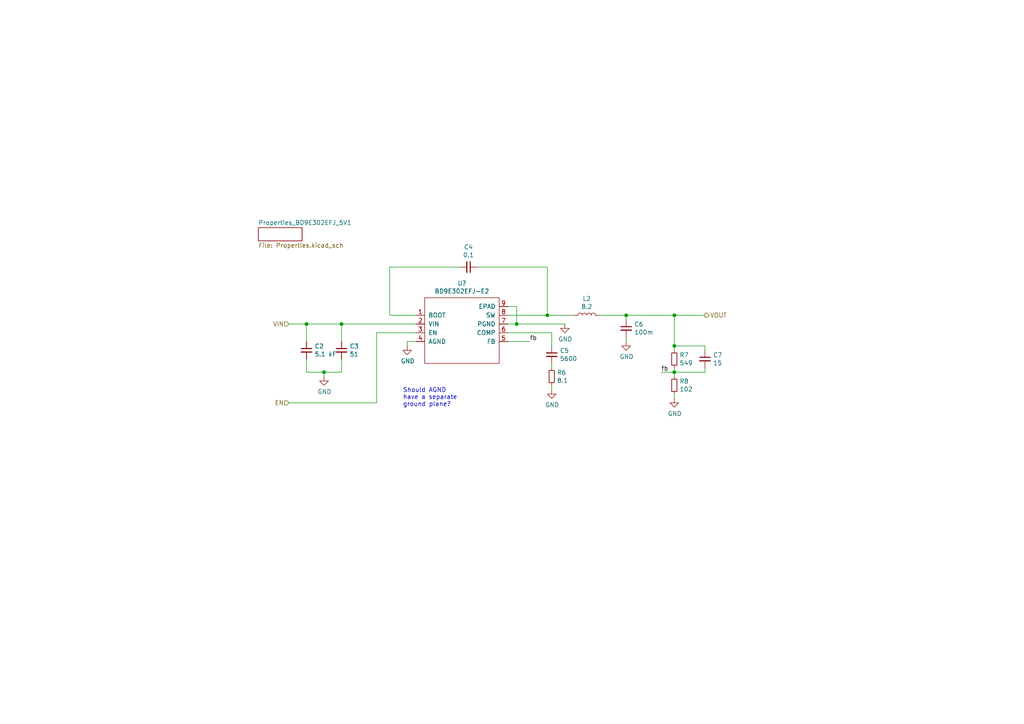
<source format=kicad_sch>
(kicad_sch (version 20211123) (generator eeschema)
  (paper "A4")
  (title_block (title "Compute unit HAT attachment") (date "2021-06-13") (rev "0.1.1") (company "Racklet") (comment 1 "https://racklet.io") (comment 2 "https://github.com/racklet/racklet") (comment 3 "https://github.com/racklet/racklet") (comment 4 "Author: Verneri Hirvonen"))
  (lib_symbols
    (symbol "Device:C_Small" (pin_numbers hide) (pin_names (offset 0.254) hide)
      (property "Reference" "C" (at 0.254 1.778 0))
      (property "Value" "C_Small" (at 0.254 -2.032 0))
      (symbol "C_Small_0_1"
        (polyline (pts (xy -1.524 -0.508) (xy 1.524 -0.508)) (stroke (width 0.3302)))
        (polyline (pts (xy -1.524 0.508) (xy 1.524 0.508)) (stroke (width 0.3048)))
      )
      (symbol "C_Small_1_1"
        (pin passive line (at 0 2.54 270) (length 2.032) (name "~") (number "1"))
        (pin passive line (at 0 -2.54 90) (length 2.032) (name "~") (number "2"))
      )
    )
    (symbol "Device:L" (pin_numbers hide) (pin_names (offset 1.016) hide)
      (property "Reference" "L" (at -1.27 0 90))
      (property "Value" "L" (at 1.905 0 90))
      (symbol "L_0_1"
        (arc (start 0 -2.54) (mid 0.635 -1.905) (end 0 -1.27))
        (arc (start 0 -1.27) (mid 0.635 -0.635) (end 0 0))
        (arc (start 0 0) (mid 0.635 0.635) (end 0 1.27))
        (arc (start 0 1.27) (mid 0.635 1.905) (end 0 2.54))
      )
      (symbol "L_1_1"
        (pin passive line (at 0 3.81 270) (length 1.27) (name "1") (number "1"))
        (pin passive line (at 0 -3.81 90) (length 1.27) (name "2") (number "2"))
      )
    )
    (symbol "Device:R_Small" (pin_numbers hide) (pin_names (offset 0.254) hide)
      (property "Reference" "R" (at 0.762 0.508 0))
      (property "Value" "R_Small" (at 0.762 -1.016 0))
      (symbol "R_Small_0_1"
        (rectangle (start -0.762 1.778) (end 0.762 -1.778) (stroke (width 0.2032)))
      )
      (symbol "R_Small_1_1"
        (pin passive line (at 0 2.54 270) (length 0.762) (name "~") (number "1"))
        (pin passive line (at 0 -2.54 90) (length 0.762) (name "~") (number "2"))
      )
    )
    (symbol "power:GND" (power) (pin_names (offset 0))
      (property "Value" "GND" (at 0 -3.81 0))
      (symbol "GND_0_1"
        (polyline (pts (xy 0 0) (xy 0 -1.27) (xy 1.27 -1.27) (xy 0 -2.54) (xy -1.27 -1.27) (xy 0 -1.27)))
      )
      (symbol "GND_1_1"
        (pin power_in line (at 0 0 270) (length 0) hide (name "GND") (number "1"))
      )
    )
    (symbol "racklet:BD9E302EFJ-E2" (pin_names (offset 1.016))
      (property "Reference" "U" (at 0 -5.08 0))
      (property "Value" "BD9E302EFJ-E2" (at 0 -7.62 0))
      (symbol "BD9E302EFJ-E2_0_1"
        (rectangle (start -11.43 8.89) (end 10.16 -10.16))
      )
      (symbol "BD9E302EFJ-E2_1_1"
        (pin passive line (at -13.97 3.81 0) (length 2.54) (name "BOOT") (number "1"))
        (pin power_in line (at -13.97 1.27 0) (length 2.54) (name "VIN") (number "2"))
        (pin input line (at -13.97 -1.27 0) (length 2.54) (name "EN") (number "3"))
        (pin power_in line (at -13.97 -3.81 0) (length 2.54) (name "AGND") (number "4"))
        (pin passive line (at 12.7 -3.81 180) (length 2.54) (name "FB") (number "5"))
        (pin passive line (at 12.7 -1.27 180) (length 2.54) (name "COMP") (number "6"))
        (pin power_in line (at 12.7 1.27 180) (length 2.54) (name "PGND") (number "7"))
        (pin passive line (at 12.7 3.81 180) (length 2.54) (name "SW") (number "8"))
        (pin passive line (at 12.7 6.35 180) (length 2.54) (name "EPAD") (number "9"))
      )
    )
  )
  (junction (at 158.75 91.44))
  (junction (at 195.58 107.95))
  (junction (at 88.9 93.98))
  (junction (at 181.61 91.44))
  (junction (at 195.58 100.33))
  (junction (at 195.58 91.44))
  (junction (at 93.98 107.95))
  (junction (at 149.86 93.98))
  (junction (at 99.06 93.98))
  (wire (pts (xy 195.58 91.44) (xy 204.47 91.44)))
  (wire (pts (xy 147.32 88.9) (xy 149.86 88.9)))
  (wire (pts (xy 195.58 107.95) (xy 191.77 107.95)))
  (wire (pts (xy 120.65 99.06) (xy 118.11 99.06)))
  (wire (pts (xy 109.22 116.84) (xy 83.82 116.84)))
  (wire (pts (xy 173.99 91.44) (xy 181.61 91.44)))
  (wire (pts (xy 181.61 91.44) (xy 181.61 92.71)))
  (wire (pts (xy 204.47 101.6) (xy 204.47 100.33)))
  (wire (pts (xy 149.86 88.9) (xy 149.86 93.98)))
  (wire (pts (xy 109.22 96.52) (xy 109.22 116.84)))
  (wire (pts (xy 158.75 77.47) (xy 138.43 77.47)))
  (wire (pts (xy 204.47 100.33) (xy 195.58 100.33)))
  (wire (pts (xy 93.98 107.95) (xy 99.06 107.95)))
  (wire (pts (xy 99.06 99.06) (xy 99.06 93.98)))
  (wire (pts (xy 149.86 93.98) (xy 147.32 93.98)))
  (wire (pts (xy 195.58 109.22) (xy 195.58 107.95)))
  (wire (pts (xy 204.47 106.68) (xy 204.47 107.95)))
  (wire (pts (xy 88.9 107.95) (xy 88.9 104.14)))
  (wire (pts (xy 160.02 113.03) (xy 160.02 111.76)))
  (wire (pts (xy 147.32 91.44) (xy 158.75 91.44)))
  (wire (pts (xy 93.98 109.22) (xy 93.98 107.95)))
  (wire (pts (xy 160.02 106.68) (xy 160.02 105.41)))
  (wire (pts (xy 181.61 99.06) (xy 181.61 97.79)))
  (wire (pts (xy 160.02 96.52) (xy 147.32 96.52)))
  (wire (pts (xy 133.35 77.47) (xy 113.03 77.47)))
  (wire (pts (xy 120.65 96.52) (xy 109.22 96.52)))
  (wire (pts (xy 88.9 93.98) (xy 83.82 93.98)))
  (wire (pts (xy 88.9 107.95) (xy 93.98 107.95)))
  (wire (pts (xy 99.06 93.98) (xy 88.9 93.98)))
  (wire (pts (xy 195.58 115.57) (xy 195.58 114.3)))
  (wire (pts (xy 181.61 91.44) (xy 195.58 91.44)))
  (wire (pts (xy 195.58 107.95) (xy 195.58 106.68)))
  (wire (pts (xy 195.58 101.6) (xy 195.58 100.33)))
  (wire (pts (xy 158.75 91.44) (xy 166.37 91.44)))
  (wire (pts (xy 153.67 99.06) (xy 147.32 99.06)))
  (wire (pts (xy 204.47 107.95) (xy 195.58 107.95)))
  (wire (pts (xy 113.03 91.44) (xy 120.65 91.44)))
  (wire (pts (xy 118.11 99.06) (xy 118.11 100.33)))
  (wire (pts (xy 195.58 100.33) (xy 195.58 91.44)))
  (wire (pts (xy 120.65 93.98) (xy 99.06 93.98)))
  (wire (pts (xy 88.9 99.06) (xy 88.9 93.98)))
  (wire (pts (xy 163.83 93.98) (xy 149.86 93.98)))
  (wire (pts (xy 158.75 77.47) (xy 158.75 91.44)))
  (wire (pts (xy 113.03 77.47) (xy 113.03 91.44)))
  (wire (pts (xy 99.06 107.95) (xy 99.06 104.14)))
  (wire (pts (xy 160.02 100.33) (xy 160.02 96.52)))
  (text "Should AGND\nhave a separate\nground plane?" (at 116.84 118.11 0) (effects (font (size 1.27 1.27)) (justify left bottom)))
  (label "fb" (at 191.77 107.95 0))
  (label "fb" (at 153.67 99.06 0))
  (hierarchical_label "EN" (shape input) (at 83.82 116.84 180))
  (hierarchical_label "VOUT" (shape output) (at 204.47 91.44 0))
  (hierarchical_label "VIN" (shape input) (at 83.82 93.98 180))
  (symbol (lib_id "Device:L") (at 170.18 91.44 90) (unit 1)
    (property "Reference" "L2" (at 170.18 86.614 90))
    (property "Value" "8.2" (at 170.18 88.9254 90))
    (property "Footprint" "racklet:DEM8045C" (effects hide))
    (property "Datasheet" "https://media.digikey.com/pdf/Data%20Sheets/Murata%20PDFs/DEMO80(30,40,45)C%20Type.pdf" (effects hide))
    (property "ICCC_Show" "true" (effects hide))
    (property "value_expr" "8.2" (effects hide))
  )
  (symbol (lib_id "power:GND") (at 118.11 100.33 0) (unit 1)
    (property "Reference" "#PWR0112" (effects hide))
    (property "Value" "GND" (at 118.237 104.7242 0))
  )
  (symbol (lib_id "Device:C_Small") (at 181.61 95.25 0) (unit 1)
    (property "Reference" "C6" (at 183.9468 94.0816 0) (effects (justify left)))
    (property "Value" "100m" (at 183.9468 96.393 0) (effects (justify left)))
    (property "Footprint" "Capacitor_SMD:C_1206_3216Metric" (effects hide))
    (property "ICCC_Show" "true" (effects hide))
    (property "value_expr" "47" (effects hide))
  )
  (symbol (lib_id "power:GND") (at 195.58 115.57 0) (unit 1)
    (property "Reference" "#PWR0114" (effects hide))
    (property "Value" "GND" (at 195.707 119.9642 0))
  )
  (symbol (lib_id "Device:C_Small") (at 204.47 104.14 0) (unit 1)
    (property "Reference" "C7" (at 206.8068 102.9716 0) (effects (justify left)))
    (property "Value" "15" (at 206.8068 105.283 0) (effects (justify left)))
    (property "Footprint" "Capacitor_SMD:C_0603_1608Metric" (effects hide))
    (property "ICCC_Show" "true" (effects hide))
    (property "value_expr" "15" (effects hide))
  )
  (symbol (lib_id "power:GND") (at 181.61 99.06 0) (unit 1)
    (property "Reference" "#PWR0113" (effects hide))
    (property "Value" "GND" (at 181.737 103.4542 0))
  )
  (symbol (lib_id "Device:C_Small") (at 160.02 102.87 0) (unit 1)
    (property "Reference" "C5" (at 162.3568 101.7016 0) (effects (justify left)))
    (property "Value" "5600" (at 162.3568 104.013 0) (effects (justify left)))
    (property "Footprint" "Capacitor_SMD:C_0603_1608Metric" (effects hide))
    (property "ICCC_Show" "true" (effects hide))
    (property "value_expr" "5600" (effects hide))
  )
  (symbol (lib_id "Device:R_Small") (at 160.02 109.22 180) (unit 1)
    (property "Reference" "R6" (at 161.5186 108.0516 0) (effects (justify right)))
    (property "Value" "8.1" (at 161.5186 110.363 0) (effects (justify right)))
    (property "Footprint" "Resistor_SMD:R_0603_1608Metric" (effects hide))
    (property "ICCC_Show" "true" (effects hide))
    (property "value_expr" "16.2/2" (effects hide))
    (property "tolerance_expr" "R7.Value/500.0" (effects hide))
    (property "tolerance" "1.1" (effects hide))
  )
  (symbol (lib_id "Device:R_Small") (at 195.58 104.14 180) (unit 1)
    (property "Reference" "R7" (at 197.0786 102.9716 0) (effects (justify right)))
    (property "Value" "549" (at 197.0786 105.283 0) (effects (justify right)))
    (property "Footprint" "Resistor_SMD:R_0603_1608Metric" (effects hide))
    (property "ICCC_Show" "true" (effects hide))
    (property "value_expr" "549" (effects hide))
  )
  (symbol (lib_id "Device:R_Small") (at 195.58 111.76 180) (unit 1)
    (property "Reference" "R8" (at 197.0786 110.5916 0) (effects (justify right)))
    (property "Value" "102" (at 197.0786 112.903 0) (effects (justify right)))
    (property "Footprint" "Resistor_SMD:R_0603_1608Metric" (effects hide))
    (property "ICCC_Show" "true" (effects hide))
    (property "value_expr" "102" (effects hide))
  )
  (symbol (lib_id "power:GND") (at 160.02 113.03 0) (unit 1)
    (property "Reference" "#PWR0115" (effects hide))
    (property "Value" "GND" (at 160.147 117.4242 0))
  )
  (symbol (lib_id "Device:C_Small") (at 88.9 101.6 0) (unit 1)
    (property "Reference" "C2" (at 91.2368 100.4316 0) (effects (justify left)))
    (property "Value" "5.1 kF" (at 91.2368 102.743 0) (effects (justify left)))
    (property "Footprint" "Capacitor_SMD:C_1206_3216Metric" (effects hide))
    (property "ICCC_Show" "true" (effects hide))
    (property "value_expr" "C3*100" (effects hide))
    (property "value_unit" "F" (effects hide))
  )
  (symbol (lib_id "Device:C_Small") (at 99.06 101.6 0) (unit 1)
    (property "Reference" "C3" (at 101.3968 100.4316 0) (effects (justify left)))
    (property "Value" "51" (at 101.3968 102.743 0) (effects (justify left)))
    (property "Footprint" "Capacitor_SMD:C_0603_1608Metric" (effects hide))
    (property "ICCC_Show" "true" (effects hide))
    (property "value_expr" "Properties.Globals.TargetVoltage * 10" (effects hide))
    (property "voltagerating_expr" "35" (effects hide))
    (property "voltagerating_unit" "V" (effects hide))
    (property "voltagerating" "35 V" (effects hide))
    (property "voltagerating_comment" "Must be at least as large as the input voltage" (effects hide))
  )
  (symbol (lib_id "power:GND") (at 93.98 109.22 0) (unit 1)
    (property "Reference" "#PWR0109" (effects hide))
    (property "Value" "GND" (at 94.107 113.6142 0))
  )
  (symbol (lib_id "Device:C_Small") (at 135.89 77.47 270) (unit 1)
    (property "Reference" "C4" (at 135.89 71.6534 90))
    (property "Value" "0.1" (at 135.89 73.9648 90))
    (property "Footprint" "Capacitor_SMD:C_0603_1608Metric" (effects hide))
    (property "ICCC_Show" "true" (effects hide))
    (property "value_expr" "0.1" (effects hide))
  )
  (symbol (lib_id "power:GND") (at 163.83 93.98 0) (unit 1)
    (property "Reference" "#PWR0116" (effects hide))
    (property "Value" "GND" (at 163.957 98.3742 0))
  )
  (symbol (lib_id "racklet:BD9E302EFJ-E2") (at 134.62 95.25 0) (unit 1)
    (property "Reference" "U?" (at 133.985 82.169 0))
    (property "Value" "BD9E302EFJ-E2" (at 133.985 84.4804 0))
    (property "Footprint" "Package_SO:HTSOP-8-1EP_3.9x4.9mm_P1.27mm_EP2.4x3.2mm_ThermalVias" (effects hide))
    (property "Datasheet" "https://fscdn.rohm.com/en/products/databook/datasheet/ic/power/switching_regulator/bd9e302efj-e.pdf" (effects hide))
    (property "ICCC_Show" "true" (effects hide))
    (property "Model" "BD9E302EFJ-E2" (effects hide))
    (property "currentoutput_min_expr" "3" (effects hide))
    (property "currentOutput_min" "3" (effects hide))
    (property "min_vin_max_expr" "12" (effects hide))
    (property "max_vin_min_expr" "24" (effects hide))
  )
  (sheet (at 74.93 66.04) (size 12.7 3.81)
    (property "Sheet name" "Properties_BD9E302EFJ_5V1" (at 74.93 65.3284 0) (effects (justify left bottom)))
    (property "Sheet file" "Properties.kicad_sch" (at 74.93 70.4346 0) (effects (justify left top)))
  )
)
</source>
